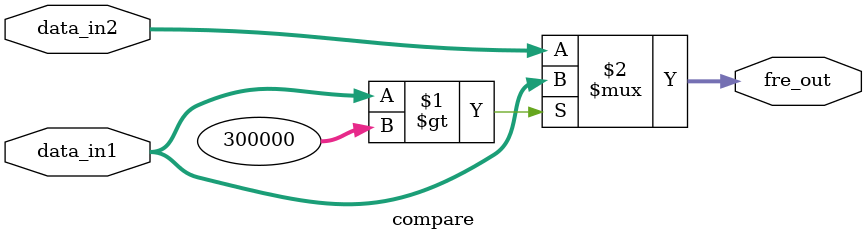
<source format=v>
module compare(
				input [31:0]data_in1,
				input [31:0]data_in2,
				output [31:0]fre_out
				);
				
assign fre_out = (data_in1 > 32'd300_000) ? data_in1 : data_in2;

endmodule
				
</source>
